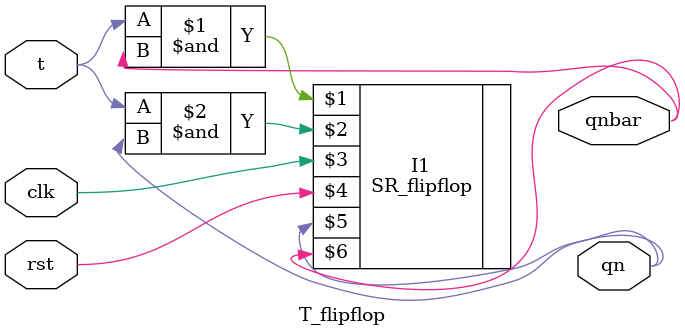
<source format=v>

module T_flipflop(input t,rst, clk, output  qn, qnbar);

 SR_flipflop I1(t & qnbar , t & qn, clk, rst, qn, qnbar);
  
endmodule

</source>
